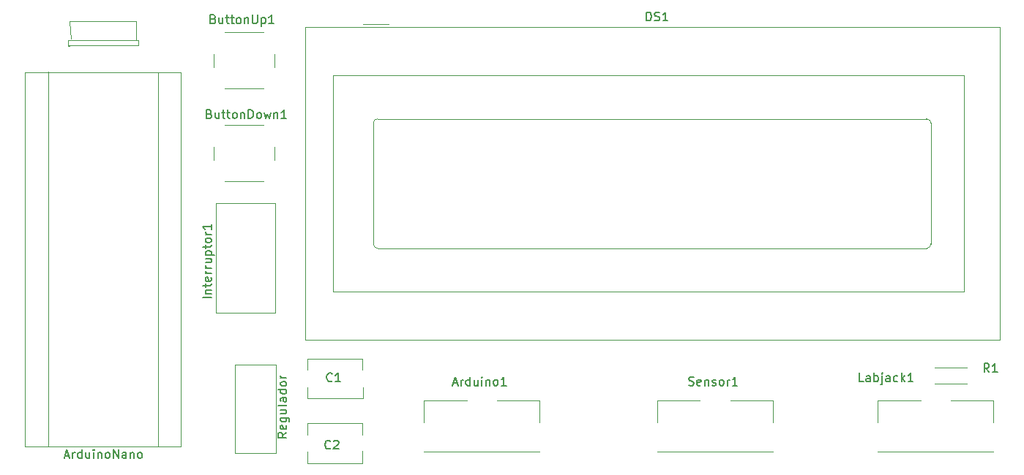
<source format=gbr>
G04 #@! TF.GenerationSoftware,KiCad,Pcbnew,5.1.2-f72e74a~80~ubuntu16.04.1*
G04 #@! TF.CreationDate,2019-04-30T15:46:28+02:00*
G04 #@! TF.ProjectId,bombasaRegulador,626f6d62-6173-4615-9265-67756c61646f,rev?*
G04 #@! TF.SameCoordinates,Original*
G04 #@! TF.FileFunction,Legend,Top*
G04 #@! TF.FilePolarity,Positive*
%FSLAX46Y46*%
G04 Gerber Fmt 4.6, Leading zero omitted, Abs format (unit mm)*
G04 Created by KiCad (PCBNEW 5.1.2-f72e74a~80~ubuntu16.04.1) date 2019-04-30 15:46:28*
%MOMM*%
%LPD*%
G04 APERTURE LIST*
%ADD10C,0.150000*%
%ADD11C,0.120000*%
G04 APERTURE END LIST*
D10*
X193152380Y-114852380D02*
X192676190Y-115185714D01*
X193152380Y-115423809D02*
X192152380Y-115423809D01*
X192152380Y-115042857D01*
X192200000Y-114947619D01*
X192247619Y-114900000D01*
X192342857Y-114852380D01*
X192485714Y-114852380D01*
X192580952Y-114900000D01*
X192628571Y-114947619D01*
X192676190Y-115042857D01*
X192676190Y-115423809D01*
X193104761Y-114042857D02*
X193152380Y-114138095D01*
X193152380Y-114328571D01*
X193104761Y-114423809D01*
X193009523Y-114471428D01*
X192628571Y-114471428D01*
X192533333Y-114423809D01*
X192485714Y-114328571D01*
X192485714Y-114138095D01*
X192533333Y-114042857D01*
X192628571Y-113995238D01*
X192723809Y-113995238D01*
X192819047Y-114471428D01*
X192485714Y-113138095D02*
X193295238Y-113138095D01*
X193390476Y-113185714D01*
X193438095Y-113233333D01*
X193485714Y-113328571D01*
X193485714Y-113471428D01*
X193438095Y-113566666D01*
X193104761Y-113138095D02*
X193152380Y-113233333D01*
X193152380Y-113423809D01*
X193104761Y-113519047D01*
X193057142Y-113566666D01*
X192961904Y-113614285D01*
X192676190Y-113614285D01*
X192580952Y-113566666D01*
X192533333Y-113519047D01*
X192485714Y-113423809D01*
X192485714Y-113233333D01*
X192533333Y-113138095D01*
X192485714Y-112233333D02*
X193152380Y-112233333D01*
X192485714Y-112661904D02*
X193009523Y-112661904D01*
X193104761Y-112614285D01*
X193152380Y-112519047D01*
X193152380Y-112376190D01*
X193104761Y-112280952D01*
X193057142Y-112233333D01*
X193152380Y-111614285D02*
X193104761Y-111709523D01*
X193009523Y-111757142D01*
X192152380Y-111757142D01*
X193152380Y-110804761D02*
X192628571Y-110804761D01*
X192533333Y-110852380D01*
X192485714Y-110947619D01*
X192485714Y-111138095D01*
X192533333Y-111233333D01*
X193104761Y-110804761D02*
X193152380Y-110900000D01*
X193152380Y-111138095D01*
X193104761Y-111233333D01*
X193009523Y-111280952D01*
X192914285Y-111280952D01*
X192819047Y-111233333D01*
X192771428Y-111138095D01*
X192771428Y-110900000D01*
X192723809Y-110804761D01*
X193152380Y-109900000D02*
X192152380Y-109900000D01*
X193104761Y-109900000D02*
X193152380Y-109995238D01*
X193152380Y-110185714D01*
X193104761Y-110280952D01*
X193057142Y-110328571D01*
X192961904Y-110376190D01*
X192676190Y-110376190D01*
X192580952Y-110328571D01*
X192533333Y-110280952D01*
X192485714Y-110185714D01*
X192485714Y-109995238D01*
X192533333Y-109900000D01*
X193152380Y-109280952D02*
X193104761Y-109376190D01*
X193057142Y-109423809D01*
X192961904Y-109471428D01*
X192676190Y-109471428D01*
X192580952Y-109423809D01*
X192533333Y-109376190D01*
X192485714Y-109280952D01*
X192485714Y-109138095D01*
X192533333Y-109042857D01*
X192580952Y-108995238D01*
X192676190Y-108947619D01*
X192961904Y-108947619D01*
X193057142Y-108995238D01*
X193104761Y-109042857D01*
X193152380Y-109138095D01*
X193152380Y-109280952D01*
X193152380Y-108519047D02*
X192485714Y-108519047D01*
X192676190Y-108519047D02*
X192580952Y-108471428D01*
X192533333Y-108423809D01*
X192485714Y-108328571D01*
X192485714Y-108233333D01*
X167523809Y-117541666D02*
X168000000Y-117541666D01*
X167428571Y-117827380D02*
X167761904Y-116827380D01*
X168095238Y-117827380D01*
X168428571Y-117827380D02*
X168428571Y-117160714D01*
X168428571Y-117351190D02*
X168476190Y-117255952D01*
X168523809Y-117208333D01*
X168619047Y-117160714D01*
X168714285Y-117160714D01*
X169476190Y-117827380D02*
X169476190Y-116827380D01*
X169476190Y-117779761D02*
X169380952Y-117827380D01*
X169190476Y-117827380D01*
X169095238Y-117779761D01*
X169047619Y-117732142D01*
X169000000Y-117636904D01*
X169000000Y-117351190D01*
X169047619Y-117255952D01*
X169095238Y-117208333D01*
X169190476Y-117160714D01*
X169380952Y-117160714D01*
X169476190Y-117208333D01*
X170380952Y-117160714D02*
X170380952Y-117827380D01*
X169952380Y-117160714D02*
X169952380Y-117684523D01*
X170000000Y-117779761D01*
X170095238Y-117827380D01*
X170238095Y-117827380D01*
X170333333Y-117779761D01*
X170380952Y-117732142D01*
X170857142Y-117827380D02*
X170857142Y-117160714D01*
X170857142Y-116827380D02*
X170809523Y-116875000D01*
X170857142Y-116922619D01*
X170904761Y-116875000D01*
X170857142Y-116827380D01*
X170857142Y-116922619D01*
X171333333Y-117160714D02*
X171333333Y-117827380D01*
X171333333Y-117255952D02*
X171380952Y-117208333D01*
X171476190Y-117160714D01*
X171619047Y-117160714D01*
X171714285Y-117208333D01*
X171761904Y-117303571D01*
X171761904Y-117827380D01*
X172380952Y-117827380D02*
X172285714Y-117779761D01*
X172238095Y-117732142D01*
X172190476Y-117636904D01*
X172190476Y-117351190D01*
X172238095Y-117255952D01*
X172285714Y-117208333D01*
X172380952Y-117160714D01*
X172523809Y-117160714D01*
X172619047Y-117208333D01*
X172666666Y-117255952D01*
X172714285Y-117351190D01*
X172714285Y-117636904D01*
X172666666Y-117732142D01*
X172619047Y-117779761D01*
X172523809Y-117827380D01*
X172380952Y-117827380D01*
X173142857Y-117827380D02*
X173142857Y-116827380D01*
X173714285Y-117827380D01*
X173714285Y-116827380D01*
X174619047Y-117827380D02*
X174619047Y-117303571D01*
X174571428Y-117208333D01*
X174476190Y-117160714D01*
X174285714Y-117160714D01*
X174190476Y-117208333D01*
X174619047Y-117779761D02*
X174523809Y-117827380D01*
X174285714Y-117827380D01*
X174190476Y-117779761D01*
X174142857Y-117684523D01*
X174142857Y-117589285D01*
X174190476Y-117494047D01*
X174285714Y-117446428D01*
X174523809Y-117446428D01*
X174619047Y-117398809D01*
X175095238Y-117160714D02*
X175095238Y-117827380D01*
X175095238Y-117255952D02*
X175142857Y-117208333D01*
X175238095Y-117160714D01*
X175380952Y-117160714D01*
X175476190Y-117208333D01*
X175523809Y-117303571D01*
X175523809Y-117827380D01*
X176142857Y-117827380D02*
X176047619Y-117779761D01*
X176000000Y-117732142D01*
X175952380Y-117636904D01*
X175952380Y-117351190D01*
X176000000Y-117255952D01*
X176047619Y-117208333D01*
X176142857Y-117160714D01*
X176285714Y-117160714D01*
X176380952Y-117208333D01*
X176428571Y-117255952D01*
X176476190Y-117351190D01*
X176476190Y-117636904D01*
X176428571Y-117732142D01*
X176380952Y-117779761D01*
X176285714Y-117827380D01*
X176142857Y-117827380D01*
X274433333Y-107852380D02*
X274100000Y-107376190D01*
X273861904Y-107852380D02*
X273861904Y-106852380D01*
X274242857Y-106852380D01*
X274338095Y-106900000D01*
X274385714Y-106947619D01*
X274433333Y-107042857D01*
X274433333Y-107185714D01*
X274385714Y-107280952D01*
X274338095Y-107328571D01*
X274242857Y-107376190D01*
X273861904Y-107376190D01*
X275385714Y-107852380D02*
X274814285Y-107852380D01*
X275100000Y-107852380D02*
X275100000Y-106852380D01*
X275004761Y-106995238D01*
X274909523Y-107090476D01*
X274814285Y-107138095D01*
X198233333Y-116657142D02*
X198185714Y-116704761D01*
X198042857Y-116752380D01*
X197947619Y-116752380D01*
X197804761Y-116704761D01*
X197709523Y-116609523D01*
X197661904Y-116514285D01*
X197614285Y-116323809D01*
X197614285Y-116180952D01*
X197661904Y-115990476D01*
X197709523Y-115895238D01*
X197804761Y-115800000D01*
X197947619Y-115752380D01*
X198042857Y-115752380D01*
X198185714Y-115800000D01*
X198233333Y-115847619D01*
X198614285Y-115847619D02*
X198661904Y-115800000D01*
X198757142Y-115752380D01*
X198995238Y-115752380D01*
X199090476Y-115800000D01*
X199138095Y-115847619D01*
X199185714Y-115942857D01*
X199185714Y-116038095D01*
X199138095Y-116180952D01*
X198566666Y-116752380D01*
X199185714Y-116752380D01*
X198433333Y-108857142D02*
X198385714Y-108904761D01*
X198242857Y-108952380D01*
X198147619Y-108952380D01*
X198004761Y-108904761D01*
X197909523Y-108809523D01*
X197861904Y-108714285D01*
X197814285Y-108523809D01*
X197814285Y-108380952D01*
X197861904Y-108190476D01*
X197909523Y-108095238D01*
X198004761Y-108000000D01*
X198147619Y-107952380D01*
X198242857Y-107952380D01*
X198385714Y-108000000D01*
X198433333Y-108047619D01*
X199385714Y-108952380D02*
X198814285Y-108952380D01*
X199100000Y-108952380D02*
X199100000Y-107952380D01*
X199004761Y-108095238D01*
X198909523Y-108190476D01*
X198814285Y-108238095D01*
D11*
X175800000Y-67200000D02*
X175800000Y-69400000D01*
X168100000Y-67200000D02*
X175800000Y-67200000D01*
X168200000Y-69200000D02*
X168100000Y-67200000D01*
X167900000Y-70100000D02*
X168100000Y-70100000D01*
X167900000Y-69400000D02*
X167900000Y-70100000D01*
X176000000Y-69400000D02*
X167900000Y-69400000D01*
X176000000Y-70000000D02*
X176000000Y-69400000D01*
X168000000Y-70000000D02*
X176000000Y-70000000D01*
X268100000Y-107300000D02*
X271900000Y-107300000D01*
X268100000Y-109200000D02*
X271900000Y-109200000D01*
X195600000Y-118400000D02*
X195600000Y-117100000D01*
X201900000Y-118400000D02*
X195600000Y-118400000D01*
X201900000Y-117000000D02*
X201900000Y-118400000D01*
X201900000Y-113800000D02*
X201900000Y-115100000D01*
X195600000Y-113800000D02*
X201900000Y-113800000D01*
X195600000Y-115100000D02*
X195600000Y-113800000D01*
X201900000Y-106300000D02*
X201900000Y-107600000D01*
X195600000Y-106300000D02*
X201900000Y-106300000D01*
X195600000Y-107600000D02*
X195600000Y-106300000D01*
X202000000Y-110900000D02*
X202000000Y-109600000D01*
X195600000Y-110900000D02*
X202000000Y-110900000D01*
X195600000Y-109600000D02*
X195600000Y-110900000D01*
X187200000Y-117200000D02*
X187200000Y-107000000D01*
X191900000Y-117200000D02*
X187200000Y-117200000D01*
X191900000Y-107000000D02*
X191900000Y-117200000D01*
X187200000Y-107000000D02*
X191900000Y-107000000D01*
X165600000Y-116500000D02*
X178300000Y-116500000D01*
X162900000Y-116500000D02*
X162900000Y-73100000D01*
X165600000Y-116500000D02*
X162900000Y-116500000D01*
X165600000Y-73000000D02*
X165600000Y-116500000D01*
X178300000Y-116500000D02*
X178300000Y-73100000D01*
X180900000Y-116500000D02*
X178300000Y-116500000D01*
X180900000Y-73600000D02*
X180900000Y-116500000D01*
X180900000Y-73100000D02*
X180900000Y-73600000D01*
X162900000Y-73100000D02*
X180900000Y-73100000D01*
X191750000Y-72500000D02*
X191750000Y-71000000D01*
X190500000Y-68500000D02*
X186000000Y-68500000D01*
X184750000Y-71000000D02*
X184750000Y-72500000D01*
X186000000Y-75000000D02*
X190500000Y-75000000D01*
X191860000Y-101000000D02*
X185000000Y-101000000D01*
X191860000Y-88300000D02*
X191860000Y-101000000D01*
X185000000Y-88300000D02*
X191860000Y-88300000D01*
X185000000Y-101000000D02*
X185000000Y-88300000D01*
X191750000Y-83250000D02*
X191750000Y-81750000D01*
X190500000Y-79250000D02*
X186000000Y-79250000D01*
X184750000Y-81750000D02*
X184750000Y-83250000D01*
X186000000Y-85750000D02*
X190500000Y-85750000D01*
X222450000Y-117100000D02*
X209050000Y-117100000D01*
X222450000Y-111100000D02*
X217500000Y-111100000D01*
X222450000Y-111100000D02*
X222450000Y-113700000D01*
X209050000Y-111100000D02*
X209050000Y-113700000D01*
X209050000Y-111100000D02*
X214000000Y-111100000D01*
X195360000Y-104140000D02*
X275640000Y-104140000D01*
X275640000Y-104140000D02*
X275640000Y-67860000D01*
X275640000Y-67860000D02*
X196160000Y-67860000D01*
X195360000Y-67860000D02*
X195360000Y-104140000D01*
X195370000Y-67860000D02*
X196160000Y-67860000D01*
X202000000Y-67500000D02*
X205000000Y-67500000D01*
X203700000Y-78500000D02*
X267200000Y-78500000D01*
X203200280Y-92999320D02*
X203200280Y-79000000D01*
X267200660Y-93500000D02*
X203700000Y-93500000D01*
X267700000Y-79000000D02*
X267700000Y-93000000D01*
X267700000Y-79000000D02*
G75*
G03X267200000Y-78500000I-500000J0D01*
G01*
X267200660Y-93499700D02*
G75*
G03X267701040Y-92999320I0J500380D01*
G01*
X203200280Y-92999320D02*
G75*
G03X203700660Y-93499700I500380J0D01*
G01*
X203700660Y-78498460D02*
G75*
G03X203200280Y-78998840I0J-500380D01*
G01*
X198500000Y-73500000D02*
X271500000Y-73500000D01*
X271500000Y-73500000D02*
X271500000Y-98500000D01*
X271500000Y-98500000D02*
X198500000Y-98500000D01*
X198500000Y-98500000D02*
X198500000Y-73500000D01*
X261550000Y-111100000D02*
X266500000Y-111100000D01*
X261550000Y-111100000D02*
X261550000Y-113700000D01*
X274950000Y-111100000D02*
X274950000Y-113700000D01*
X274950000Y-111100000D02*
X270000000Y-111100000D01*
X274950000Y-117100000D02*
X261550000Y-117100000D01*
X236050000Y-111100000D02*
X241000000Y-111100000D01*
X236050000Y-111100000D02*
X236050000Y-113700000D01*
X249450000Y-111100000D02*
X249450000Y-113700000D01*
X249450000Y-111100000D02*
X244500000Y-111100000D01*
X249450000Y-117100000D02*
X236050000Y-117100000D01*
D10*
X184690476Y-66928571D02*
X184833333Y-66976190D01*
X184880952Y-67023809D01*
X184928571Y-67119047D01*
X184928571Y-67261904D01*
X184880952Y-67357142D01*
X184833333Y-67404761D01*
X184738095Y-67452380D01*
X184357142Y-67452380D01*
X184357142Y-66452380D01*
X184690476Y-66452380D01*
X184785714Y-66500000D01*
X184833333Y-66547619D01*
X184880952Y-66642857D01*
X184880952Y-66738095D01*
X184833333Y-66833333D01*
X184785714Y-66880952D01*
X184690476Y-66928571D01*
X184357142Y-66928571D01*
X185785714Y-66785714D02*
X185785714Y-67452380D01*
X185357142Y-66785714D02*
X185357142Y-67309523D01*
X185404761Y-67404761D01*
X185500000Y-67452380D01*
X185642857Y-67452380D01*
X185738095Y-67404761D01*
X185785714Y-67357142D01*
X186119047Y-66785714D02*
X186500000Y-66785714D01*
X186261904Y-66452380D02*
X186261904Y-67309523D01*
X186309523Y-67404761D01*
X186404761Y-67452380D01*
X186500000Y-67452380D01*
X186690476Y-66785714D02*
X187071428Y-66785714D01*
X186833333Y-66452380D02*
X186833333Y-67309523D01*
X186880952Y-67404761D01*
X186976190Y-67452380D01*
X187071428Y-67452380D01*
X187547619Y-67452380D02*
X187452380Y-67404761D01*
X187404761Y-67357142D01*
X187357142Y-67261904D01*
X187357142Y-66976190D01*
X187404761Y-66880952D01*
X187452380Y-66833333D01*
X187547619Y-66785714D01*
X187690476Y-66785714D01*
X187785714Y-66833333D01*
X187833333Y-66880952D01*
X187880952Y-66976190D01*
X187880952Y-67261904D01*
X187833333Y-67357142D01*
X187785714Y-67404761D01*
X187690476Y-67452380D01*
X187547619Y-67452380D01*
X188309523Y-66785714D02*
X188309523Y-67452380D01*
X188309523Y-66880952D02*
X188357142Y-66833333D01*
X188452380Y-66785714D01*
X188595238Y-66785714D01*
X188690476Y-66833333D01*
X188738095Y-66928571D01*
X188738095Y-67452380D01*
X189214285Y-66452380D02*
X189214285Y-67261904D01*
X189261904Y-67357142D01*
X189309523Y-67404761D01*
X189404761Y-67452380D01*
X189595238Y-67452380D01*
X189690476Y-67404761D01*
X189738095Y-67357142D01*
X189785714Y-67261904D01*
X189785714Y-66452380D01*
X190261904Y-66785714D02*
X190261904Y-67785714D01*
X190261904Y-66833333D02*
X190357142Y-66785714D01*
X190547619Y-66785714D01*
X190642857Y-66833333D01*
X190690476Y-66880952D01*
X190738095Y-66976190D01*
X190738095Y-67261904D01*
X190690476Y-67357142D01*
X190642857Y-67404761D01*
X190547619Y-67452380D01*
X190357142Y-67452380D01*
X190261904Y-67404761D01*
X191690476Y-67452380D02*
X191119047Y-67452380D01*
X191404761Y-67452380D02*
X191404761Y-66452380D01*
X191309523Y-66595238D01*
X191214285Y-66690476D01*
X191119047Y-66738095D01*
X184452380Y-99214285D02*
X183452380Y-99214285D01*
X183785714Y-98738095D02*
X184452380Y-98738095D01*
X183880952Y-98738095D02*
X183833333Y-98690476D01*
X183785714Y-98595238D01*
X183785714Y-98452380D01*
X183833333Y-98357142D01*
X183928571Y-98309523D01*
X184452380Y-98309523D01*
X183785714Y-97976190D02*
X183785714Y-97595238D01*
X183452380Y-97833333D02*
X184309523Y-97833333D01*
X184404761Y-97785714D01*
X184452380Y-97690476D01*
X184452380Y-97595238D01*
X184404761Y-96880952D02*
X184452380Y-96976190D01*
X184452380Y-97166666D01*
X184404761Y-97261904D01*
X184309523Y-97309523D01*
X183928571Y-97309523D01*
X183833333Y-97261904D01*
X183785714Y-97166666D01*
X183785714Y-96976190D01*
X183833333Y-96880952D01*
X183928571Y-96833333D01*
X184023809Y-96833333D01*
X184119047Y-97309523D01*
X184452380Y-96404761D02*
X183785714Y-96404761D01*
X183976190Y-96404761D02*
X183880952Y-96357142D01*
X183833333Y-96309523D01*
X183785714Y-96214285D01*
X183785714Y-96119047D01*
X184452380Y-95785714D02*
X183785714Y-95785714D01*
X183976190Y-95785714D02*
X183880952Y-95738095D01*
X183833333Y-95690476D01*
X183785714Y-95595238D01*
X183785714Y-95500000D01*
X183785714Y-94738095D02*
X184452380Y-94738095D01*
X183785714Y-95166666D02*
X184309523Y-95166666D01*
X184404761Y-95119047D01*
X184452380Y-95023809D01*
X184452380Y-94880952D01*
X184404761Y-94785714D01*
X184357142Y-94738095D01*
X183785714Y-94261904D02*
X184785714Y-94261904D01*
X183833333Y-94261904D02*
X183785714Y-94166666D01*
X183785714Y-93976190D01*
X183833333Y-93880952D01*
X183880952Y-93833333D01*
X183976190Y-93785714D01*
X184261904Y-93785714D01*
X184357142Y-93833333D01*
X184404761Y-93880952D01*
X184452380Y-93976190D01*
X184452380Y-94166666D01*
X184404761Y-94261904D01*
X183785714Y-93500000D02*
X183785714Y-93119047D01*
X183452380Y-93357142D02*
X184309523Y-93357142D01*
X184404761Y-93309523D01*
X184452380Y-93214285D01*
X184452380Y-93119047D01*
X184452380Y-92642857D02*
X184404761Y-92738095D01*
X184357142Y-92785714D01*
X184261904Y-92833333D01*
X183976190Y-92833333D01*
X183880952Y-92785714D01*
X183833333Y-92738095D01*
X183785714Y-92642857D01*
X183785714Y-92500000D01*
X183833333Y-92404761D01*
X183880952Y-92357142D01*
X183976190Y-92309523D01*
X184261904Y-92309523D01*
X184357142Y-92357142D01*
X184404761Y-92404761D01*
X184452380Y-92500000D01*
X184452380Y-92642857D01*
X184452380Y-91880952D02*
X183785714Y-91880952D01*
X183976190Y-91880952D02*
X183880952Y-91833333D01*
X183833333Y-91785714D01*
X183785714Y-91690476D01*
X183785714Y-91595238D01*
X184452380Y-90738095D02*
X184452380Y-91309523D01*
X184452380Y-91023809D02*
X183452380Y-91023809D01*
X183595238Y-91119047D01*
X183690476Y-91214285D01*
X183738095Y-91309523D01*
X184238095Y-77928571D02*
X184380952Y-77976190D01*
X184428571Y-78023809D01*
X184476190Y-78119047D01*
X184476190Y-78261904D01*
X184428571Y-78357142D01*
X184380952Y-78404761D01*
X184285714Y-78452380D01*
X183904761Y-78452380D01*
X183904761Y-77452380D01*
X184238095Y-77452380D01*
X184333333Y-77500000D01*
X184380952Y-77547619D01*
X184428571Y-77642857D01*
X184428571Y-77738095D01*
X184380952Y-77833333D01*
X184333333Y-77880952D01*
X184238095Y-77928571D01*
X183904761Y-77928571D01*
X185333333Y-77785714D02*
X185333333Y-78452380D01*
X184904761Y-77785714D02*
X184904761Y-78309523D01*
X184952380Y-78404761D01*
X185047619Y-78452380D01*
X185190476Y-78452380D01*
X185285714Y-78404761D01*
X185333333Y-78357142D01*
X185666666Y-77785714D02*
X186047619Y-77785714D01*
X185809523Y-77452380D02*
X185809523Y-78309523D01*
X185857142Y-78404761D01*
X185952380Y-78452380D01*
X186047619Y-78452380D01*
X186238095Y-77785714D02*
X186619047Y-77785714D01*
X186380952Y-77452380D02*
X186380952Y-78309523D01*
X186428571Y-78404761D01*
X186523809Y-78452380D01*
X186619047Y-78452380D01*
X187095238Y-78452380D02*
X187000000Y-78404761D01*
X186952380Y-78357142D01*
X186904761Y-78261904D01*
X186904761Y-77976190D01*
X186952380Y-77880952D01*
X187000000Y-77833333D01*
X187095238Y-77785714D01*
X187238095Y-77785714D01*
X187333333Y-77833333D01*
X187380952Y-77880952D01*
X187428571Y-77976190D01*
X187428571Y-78261904D01*
X187380952Y-78357142D01*
X187333333Y-78404761D01*
X187238095Y-78452380D01*
X187095238Y-78452380D01*
X187857142Y-77785714D02*
X187857142Y-78452380D01*
X187857142Y-77880952D02*
X187904761Y-77833333D01*
X188000000Y-77785714D01*
X188142857Y-77785714D01*
X188238095Y-77833333D01*
X188285714Y-77928571D01*
X188285714Y-78452380D01*
X188761904Y-78452380D02*
X188761904Y-77452380D01*
X189000000Y-77452380D01*
X189142857Y-77500000D01*
X189238095Y-77595238D01*
X189285714Y-77690476D01*
X189333333Y-77880952D01*
X189333333Y-78023809D01*
X189285714Y-78214285D01*
X189238095Y-78309523D01*
X189142857Y-78404761D01*
X189000000Y-78452380D01*
X188761904Y-78452380D01*
X189904761Y-78452380D02*
X189809523Y-78404761D01*
X189761904Y-78357142D01*
X189714285Y-78261904D01*
X189714285Y-77976190D01*
X189761904Y-77880952D01*
X189809523Y-77833333D01*
X189904761Y-77785714D01*
X190047619Y-77785714D01*
X190142857Y-77833333D01*
X190190476Y-77880952D01*
X190238095Y-77976190D01*
X190238095Y-78261904D01*
X190190476Y-78357142D01*
X190142857Y-78404761D01*
X190047619Y-78452380D01*
X189904761Y-78452380D01*
X190571428Y-77785714D02*
X190761904Y-78452380D01*
X190952380Y-77976190D01*
X191142857Y-78452380D01*
X191333333Y-77785714D01*
X191714285Y-77785714D02*
X191714285Y-78452380D01*
X191714285Y-77880952D02*
X191761904Y-77833333D01*
X191857142Y-77785714D01*
X192000000Y-77785714D01*
X192095238Y-77833333D01*
X192142857Y-77928571D01*
X192142857Y-78452380D01*
X193142857Y-78452380D02*
X192571428Y-78452380D01*
X192857142Y-78452380D02*
X192857142Y-77452380D01*
X192761904Y-77595238D01*
X192666666Y-77690476D01*
X192571428Y-77738095D01*
X212428571Y-109116666D02*
X212904761Y-109116666D01*
X212333333Y-109402380D02*
X212666666Y-108402380D01*
X213000000Y-109402380D01*
X213333333Y-109402380D02*
X213333333Y-108735714D01*
X213333333Y-108926190D02*
X213380952Y-108830952D01*
X213428571Y-108783333D01*
X213523809Y-108735714D01*
X213619047Y-108735714D01*
X214380952Y-109402380D02*
X214380952Y-108402380D01*
X214380952Y-109354761D02*
X214285714Y-109402380D01*
X214095238Y-109402380D01*
X214000000Y-109354761D01*
X213952380Y-109307142D01*
X213904761Y-109211904D01*
X213904761Y-108926190D01*
X213952380Y-108830952D01*
X214000000Y-108783333D01*
X214095238Y-108735714D01*
X214285714Y-108735714D01*
X214380952Y-108783333D01*
X215285714Y-108735714D02*
X215285714Y-109402380D01*
X214857142Y-108735714D02*
X214857142Y-109259523D01*
X214904761Y-109354761D01*
X215000000Y-109402380D01*
X215142857Y-109402380D01*
X215238095Y-109354761D01*
X215285714Y-109307142D01*
X215761904Y-109402380D02*
X215761904Y-108735714D01*
X215761904Y-108402380D02*
X215714285Y-108450000D01*
X215761904Y-108497619D01*
X215809523Y-108450000D01*
X215761904Y-108402380D01*
X215761904Y-108497619D01*
X216238095Y-108735714D02*
X216238095Y-109402380D01*
X216238095Y-108830952D02*
X216285714Y-108783333D01*
X216380952Y-108735714D01*
X216523809Y-108735714D01*
X216619047Y-108783333D01*
X216666666Y-108878571D01*
X216666666Y-109402380D01*
X217285714Y-109402380D02*
X217190476Y-109354761D01*
X217142857Y-109307142D01*
X217095238Y-109211904D01*
X217095238Y-108926190D01*
X217142857Y-108830952D01*
X217190476Y-108783333D01*
X217285714Y-108735714D01*
X217428571Y-108735714D01*
X217523809Y-108783333D01*
X217571428Y-108830952D01*
X217619047Y-108926190D01*
X217619047Y-109211904D01*
X217571428Y-109307142D01*
X217523809Y-109354761D01*
X217428571Y-109402380D01*
X217285714Y-109402380D01*
X218571428Y-109402380D02*
X218000000Y-109402380D01*
X218285714Y-109402380D02*
X218285714Y-108402380D01*
X218190476Y-108545238D01*
X218095238Y-108640476D01*
X218000000Y-108688095D01*
X234785714Y-67142380D02*
X234785714Y-66142380D01*
X235023809Y-66142380D01*
X235166666Y-66190000D01*
X235261904Y-66285238D01*
X235309523Y-66380476D01*
X235357142Y-66570952D01*
X235357142Y-66713809D01*
X235309523Y-66904285D01*
X235261904Y-66999523D01*
X235166666Y-67094761D01*
X235023809Y-67142380D01*
X234785714Y-67142380D01*
X235738095Y-67094761D02*
X235880952Y-67142380D01*
X236119047Y-67142380D01*
X236214285Y-67094761D01*
X236261904Y-67047142D01*
X236309523Y-66951904D01*
X236309523Y-66856666D01*
X236261904Y-66761428D01*
X236214285Y-66713809D01*
X236119047Y-66666190D01*
X235928571Y-66618571D01*
X235833333Y-66570952D01*
X235785714Y-66523333D01*
X235738095Y-66428095D01*
X235738095Y-66332857D01*
X235785714Y-66237619D01*
X235833333Y-66190000D01*
X235928571Y-66142380D01*
X236166666Y-66142380D01*
X236309523Y-66190000D01*
X237261904Y-67142380D02*
X236690476Y-67142380D01*
X236976190Y-67142380D02*
X236976190Y-66142380D01*
X236880952Y-66285238D01*
X236785714Y-66380476D01*
X236690476Y-66428095D01*
X259904761Y-108952380D02*
X259428571Y-108952380D01*
X259428571Y-107952380D01*
X260666666Y-108952380D02*
X260666666Y-108428571D01*
X260619047Y-108333333D01*
X260523809Y-108285714D01*
X260333333Y-108285714D01*
X260238095Y-108333333D01*
X260666666Y-108904761D02*
X260571428Y-108952380D01*
X260333333Y-108952380D01*
X260238095Y-108904761D01*
X260190476Y-108809523D01*
X260190476Y-108714285D01*
X260238095Y-108619047D01*
X260333333Y-108571428D01*
X260571428Y-108571428D01*
X260666666Y-108523809D01*
X261142857Y-108952380D02*
X261142857Y-107952380D01*
X261142857Y-108333333D02*
X261238095Y-108285714D01*
X261428571Y-108285714D01*
X261523809Y-108333333D01*
X261571428Y-108380952D01*
X261619047Y-108476190D01*
X261619047Y-108761904D01*
X261571428Y-108857142D01*
X261523809Y-108904761D01*
X261428571Y-108952380D01*
X261238095Y-108952380D01*
X261142857Y-108904761D01*
X262047619Y-108285714D02*
X262047619Y-109142857D01*
X262000000Y-109238095D01*
X261904761Y-109285714D01*
X261857142Y-109285714D01*
X262047619Y-107952380D02*
X262000000Y-108000000D01*
X262047619Y-108047619D01*
X262095238Y-108000000D01*
X262047619Y-107952380D01*
X262047619Y-108047619D01*
X262952380Y-108952380D02*
X262952380Y-108428571D01*
X262904761Y-108333333D01*
X262809523Y-108285714D01*
X262619047Y-108285714D01*
X262523809Y-108333333D01*
X262952380Y-108904761D02*
X262857142Y-108952380D01*
X262619047Y-108952380D01*
X262523809Y-108904761D01*
X262476190Y-108809523D01*
X262476190Y-108714285D01*
X262523809Y-108619047D01*
X262619047Y-108571428D01*
X262857142Y-108571428D01*
X262952380Y-108523809D01*
X263857142Y-108904761D02*
X263761904Y-108952380D01*
X263571428Y-108952380D01*
X263476190Y-108904761D01*
X263428571Y-108857142D01*
X263380952Y-108761904D01*
X263380952Y-108476190D01*
X263428571Y-108380952D01*
X263476190Y-108333333D01*
X263571428Y-108285714D01*
X263761904Y-108285714D01*
X263857142Y-108333333D01*
X264285714Y-108952380D02*
X264285714Y-107952380D01*
X264380952Y-108571428D02*
X264666666Y-108952380D01*
X264666666Y-108285714D02*
X264285714Y-108666666D01*
X265619047Y-108952380D02*
X265047619Y-108952380D01*
X265333333Y-108952380D02*
X265333333Y-107952380D01*
X265238095Y-108095238D01*
X265142857Y-108190476D01*
X265047619Y-108238095D01*
X239690476Y-109354761D02*
X239833333Y-109402380D01*
X240071428Y-109402380D01*
X240166666Y-109354761D01*
X240214285Y-109307142D01*
X240261904Y-109211904D01*
X240261904Y-109116666D01*
X240214285Y-109021428D01*
X240166666Y-108973809D01*
X240071428Y-108926190D01*
X239880952Y-108878571D01*
X239785714Y-108830952D01*
X239738095Y-108783333D01*
X239690476Y-108688095D01*
X239690476Y-108592857D01*
X239738095Y-108497619D01*
X239785714Y-108450000D01*
X239880952Y-108402380D01*
X240119047Y-108402380D01*
X240261904Y-108450000D01*
X241071428Y-109354761D02*
X240976190Y-109402380D01*
X240785714Y-109402380D01*
X240690476Y-109354761D01*
X240642857Y-109259523D01*
X240642857Y-108878571D01*
X240690476Y-108783333D01*
X240785714Y-108735714D01*
X240976190Y-108735714D01*
X241071428Y-108783333D01*
X241119047Y-108878571D01*
X241119047Y-108973809D01*
X240642857Y-109069047D01*
X241547619Y-108735714D02*
X241547619Y-109402380D01*
X241547619Y-108830952D02*
X241595238Y-108783333D01*
X241690476Y-108735714D01*
X241833333Y-108735714D01*
X241928571Y-108783333D01*
X241976190Y-108878571D01*
X241976190Y-109402380D01*
X242404761Y-109354761D02*
X242500000Y-109402380D01*
X242690476Y-109402380D01*
X242785714Y-109354761D01*
X242833333Y-109259523D01*
X242833333Y-109211904D01*
X242785714Y-109116666D01*
X242690476Y-109069047D01*
X242547619Y-109069047D01*
X242452380Y-109021428D01*
X242404761Y-108926190D01*
X242404761Y-108878571D01*
X242452380Y-108783333D01*
X242547619Y-108735714D01*
X242690476Y-108735714D01*
X242785714Y-108783333D01*
X243404761Y-109402380D02*
X243309523Y-109354761D01*
X243261904Y-109307142D01*
X243214285Y-109211904D01*
X243214285Y-108926190D01*
X243261904Y-108830952D01*
X243309523Y-108783333D01*
X243404761Y-108735714D01*
X243547619Y-108735714D01*
X243642857Y-108783333D01*
X243690476Y-108830952D01*
X243738095Y-108926190D01*
X243738095Y-109211904D01*
X243690476Y-109307142D01*
X243642857Y-109354761D01*
X243547619Y-109402380D01*
X243404761Y-109402380D01*
X244166666Y-109402380D02*
X244166666Y-108735714D01*
X244166666Y-108926190D02*
X244214285Y-108830952D01*
X244261904Y-108783333D01*
X244357142Y-108735714D01*
X244452380Y-108735714D01*
X245309523Y-109402380D02*
X244738095Y-109402380D01*
X245023809Y-109402380D02*
X245023809Y-108402380D01*
X244928571Y-108545238D01*
X244833333Y-108640476D01*
X244738095Y-108688095D01*
M02*

</source>
